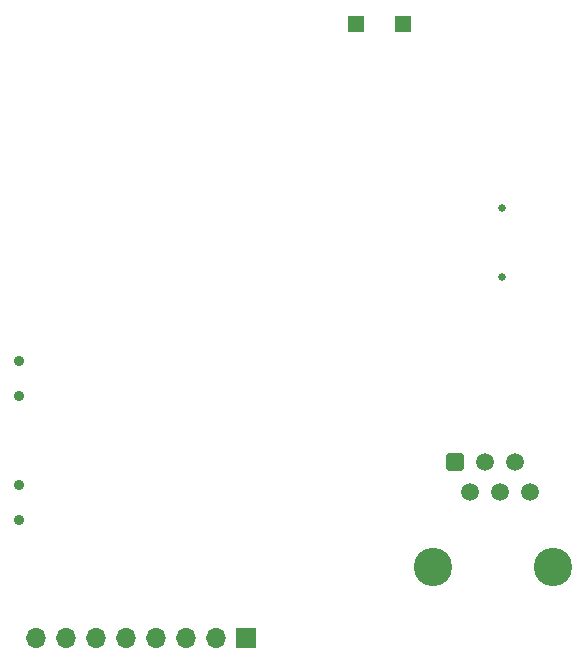
<source format=gbr>
%TF.GenerationSoftware,KiCad,Pcbnew,8.0.8*%
%TF.CreationDate,2025-04-04T12:34:18+02:00*%
%TF.ProjectId,reader_production,72656164-6572-45f7-9072-6f6475637469,rev?*%
%TF.SameCoordinates,Original*%
%TF.FileFunction,Soldermask,Bot*%
%TF.FilePolarity,Negative*%
%FSLAX46Y46*%
G04 Gerber Fmt 4.6, Leading zero omitted, Abs format (unit mm)*
G04 Created by KiCad (PCBNEW 8.0.8) date 2025-04-04 12:34:18*
%MOMM*%
%LPD*%
G01*
G04 APERTURE LIST*
G04 Aperture macros list*
%AMRoundRect*
0 Rectangle with rounded corners*
0 $1 Rounding radius*
0 $2 $3 $4 $5 $6 $7 $8 $9 X,Y pos of 4 corners*
0 Add a 4 corners polygon primitive as box body*
4,1,4,$2,$3,$4,$5,$6,$7,$8,$9,$2,$3,0*
0 Add four circle primitives for the rounded corners*
1,1,$1+$1,$2,$3*
1,1,$1+$1,$4,$5*
1,1,$1+$1,$6,$7*
1,1,$1+$1,$8,$9*
0 Add four rect primitives between the rounded corners*
20,1,$1+$1,$2,$3,$4,$5,0*
20,1,$1+$1,$4,$5,$6,$7,0*
20,1,$1+$1,$6,$7,$8,$9,0*
20,1,$1+$1,$8,$9,$2,$3,0*%
G04 Aperture macros list end*
%ADD10C,0.650000*%
%ADD11C,0.900000*%
%ADD12R,1.350000X1.350000*%
%ADD13R,1.700000X1.700000*%
%ADD14O,1.700000X1.700000*%
%ADD15C,3.250000*%
%ADD16RoundRect,0.250000X-0.510000X-0.510000X0.510000X-0.510000X0.510000X0.510000X-0.510000X0.510000X0*%
%ADD17C,1.520000*%
G04 APERTURE END LIST*
D10*
%TO.C,J4*%
X175895000Y-51390000D03*
X175895000Y-45610000D03*
%TD*%
D11*
%TO.C,Boot*%
X135000000Y-58500000D03*
X135000000Y-61500000D03*
%TD*%
D12*
%TO.C,J2*%
X167500000Y-30000000D03*
%TD*%
%TO.C,J1*%
X163500000Y-30000000D03*
%TD*%
D11*
%TO.C,Reset*%
X135000000Y-69000000D03*
X135000000Y-72000000D03*
%TD*%
D13*
%TO.C,RC522*%
X154160000Y-82000000D03*
D14*
X151620000Y-82000000D03*
X149080000Y-82000000D03*
X146540000Y-82000000D03*
X144000000Y-82000000D03*
X141460000Y-82000000D03*
X138920000Y-82000000D03*
X136380000Y-82000000D03*
%TD*%
D15*
%TO.C,RJ12*%
X170000000Y-76000000D03*
X180160000Y-76000000D03*
D16*
X171900000Y-67110000D03*
D17*
X173170000Y-69650000D03*
X174440000Y-67110000D03*
X175710000Y-69650000D03*
X176980000Y-67110000D03*
X178250000Y-69650000D03*
%TD*%
M02*

</source>
